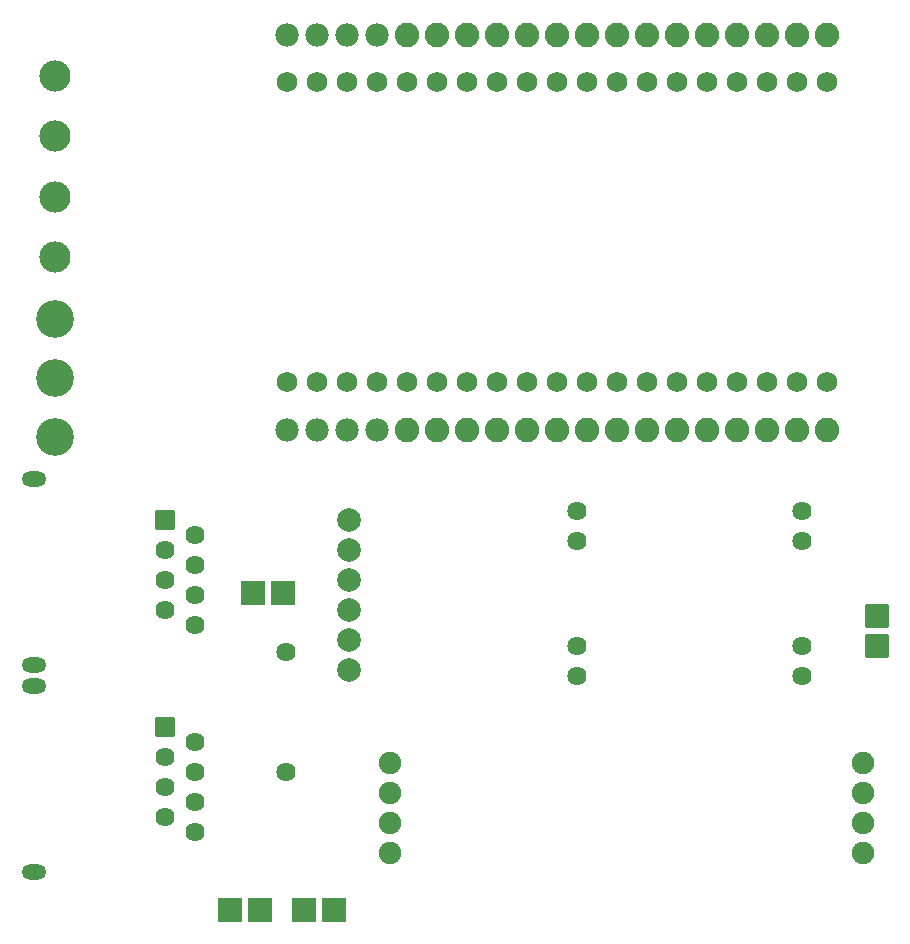
<source format=gbs>
G04 Layer: BottomSolderMaskLayer*
G04 EasyEDA v6.5.22, 2023-03-10 14:55:56*
G04 f9066f1d320f41b494732b54a9093742,f9ecfe7abe46434aadffdc01d2bfd918,10*
G04 Gerber Generator version 0.2*
G04 Scale: 100 percent, Rotated: No, Reflected: No *
G04 Dimensions in millimeters *
G04 leading zeros omitted , absolute positions ,4 integer and 5 decimal *
%FSLAX45Y45*%
%MOMM*%

%AMMACRO1*1,1,$1,$2,$3*1,1,$1,$4,$5*1,1,$1,0-$2,0-$3*1,1,$1,0-$4,0-$5*20,1,$1,$2,$3,$4,$5,0*20,1,$1,$4,$5,0-$2,0-$3,0*20,1,$1,0-$2,0-$3,0-$4,0-$5,0*20,1,$1,0-$4,0-$5,$2,$3,0*4,1,4,$2,$3,$4,$5,0-$2,0-$3,0-$4,0-$5,$2,$3,0*%
%ADD10C,1.9016*%
%ADD11C,1.7272*%
%ADD12C,2.6416*%
%ADD13R,2.0320X2.0320*%
%ADD14C,1.9812*%
%ADD15C,2.0828*%
%ADD16C,1.6240*%
%ADD17MACRO1,0.1X0.762X0.762X0.762X-0.762*%
%ADD18O,2.1000212X1.3000228*%
%ADD19C,1.6256*%
%ADD20MACRO1,0.1016X0.9652X-0.9652X-0.9652X-0.9652*%
%ADD21C,2.0033*%
%ADD22C,3.2032*%

%LPD*%
D10*
G01*
X3667099Y3376701D03*
G01*
X3667099Y3122701D03*
G01*
X3667099Y2868701D03*
G01*
X3667099Y2614701D03*
G01*
X7667091Y3376701D03*
G01*
X7667091Y3122701D03*
G01*
X7667091Y2868701D03*
G01*
X7667091Y2614701D03*
D11*
G01*
X2794000Y6604000D03*
G01*
X3048000Y6604000D03*
G01*
X3302000Y6604000D03*
G01*
X3556000Y6604000D03*
G01*
X3810000Y6604000D03*
G01*
X4064000Y6604000D03*
G01*
X4318000Y6604000D03*
G01*
X4572000Y6604000D03*
G01*
X4826000Y6604000D03*
G01*
X5080000Y6604000D03*
G01*
X5334000Y6604000D03*
G01*
X5588000Y6604000D03*
G01*
X5842000Y6604000D03*
G01*
X6096000Y6604000D03*
G01*
X6350000Y6604000D03*
G01*
X6604000Y6604000D03*
G01*
X6858000Y6604000D03*
G01*
X7112000Y6604000D03*
G01*
X7366000Y6604000D03*
G01*
X7366000Y9144000D03*
G01*
X7112000Y9144000D03*
G01*
X6858000Y9144000D03*
G01*
X6604000Y9144000D03*
G01*
X6350000Y9144000D03*
G01*
X6096000Y9144000D03*
G01*
X5842000Y9144000D03*
G01*
X5588000Y9144000D03*
G01*
X5334000Y9144000D03*
G01*
X5080000Y9144000D03*
G01*
X4826000Y9144000D03*
G01*
X4572000Y9144000D03*
G01*
X4318000Y9144000D03*
G01*
X4064000Y9144000D03*
G01*
X3810000Y9144000D03*
G01*
X3556000Y9144000D03*
G01*
X3302000Y9144000D03*
G01*
X3048000Y9144000D03*
G01*
X2794000Y9144000D03*
D12*
G01*
X825500Y8166100D03*
G01*
X825500Y7658100D03*
G01*
X825500Y9194800D03*
G01*
X825500Y8686800D03*
D13*
G01*
X2565400Y2133600D03*
G01*
X2311400Y2133600D03*
D14*
G01*
X3048000Y9537700D03*
G01*
X3302000Y9537700D03*
G01*
X3556000Y9537700D03*
G01*
X2794000Y9537700D03*
D15*
G01*
X3810000Y9537700D03*
G01*
X4064000Y9537700D03*
G01*
X4318000Y9537700D03*
G01*
X4572000Y9537700D03*
G01*
X4826000Y9537700D03*
G01*
X5080000Y9537700D03*
G01*
X5334000Y9537700D03*
G01*
X5588000Y9537700D03*
G01*
X5842000Y9537700D03*
G01*
X6096000Y9537700D03*
G01*
X6350000Y9537700D03*
G01*
X6604000Y9537700D03*
G01*
X6858000Y9537700D03*
G01*
X7112000Y9537700D03*
G01*
X7366000Y9537700D03*
D14*
G01*
X3048000Y6197600D03*
G01*
X3302000Y6197600D03*
G01*
X3556000Y6197600D03*
G01*
X2794000Y6197600D03*
D15*
G01*
X3810000Y6197600D03*
G01*
X4064000Y6197600D03*
G01*
X4318000Y6197600D03*
G01*
X4572000Y6197600D03*
G01*
X4826000Y6197600D03*
G01*
X5080000Y6197600D03*
G01*
X5334000Y6197600D03*
G01*
X5588000Y6197600D03*
G01*
X5842000Y6197600D03*
G01*
X6096000Y6197600D03*
G01*
X6350000Y6197600D03*
G01*
X6604000Y6197600D03*
G01*
X6858000Y6197600D03*
G01*
X7112000Y6197600D03*
G01*
X7366000Y6197600D03*
D16*
G01*
X2015490Y4546600D03*
G01*
X1761489Y4673600D03*
G01*
X2015490Y4800600D03*
G01*
X1761489Y4927600D03*
G01*
X2015490Y5054600D03*
G01*
X1761489Y5181600D03*
G01*
X2015490Y5308600D03*
D17*
G01*
X1761492Y5435607D03*
D18*
G01*
X651510Y4201109D03*
G01*
X651510Y5781090D03*
D16*
G01*
X2015490Y2794000D03*
G01*
X1761489Y2921000D03*
G01*
X2015490Y3048000D03*
G01*
X1761489Y3175000D03*
G01*
X2015490Y3302000D03*
G01*
X1761489Y3429000D03*
G01*
X2015490Y3556000D03*
D17*
G01*
X1761492Y3683007D03*
D18*
G01*
X651510Y2448509D03*
G01*
X651510Y4028490D03*
D19*
G01*
X5245100Y5257800D03*
G01*
X5245100Y5511800D03*
G01*
X5245100Y4368800D03*
G01*
X5245100Y4114800D03*
G01*
X7150100Y5511800D03*
G01*
X7150100Y5257800D03*
G01*
X7150100Y4368800D03*
G01*
X7150100Y4114800D03*
D20*
G01*
X7785100Y4622800D03*
G01*
X7785100Y4368800D03*
D13*
G01*
X2755900Y4813300D03*
G01*
X2501900Y4813300D03*
G01*
X3187700Y2133600D03*
G01*
X2933700Y2133600D03*
D19*
G01*
X2781300Y3302000D03*
G01*
X2781300Y4318000D03*
D21*
G01*
X3314700Y5435600D03*
G01*
X3314700Y5181600D03*
G01*
X3314700Y4927600D03*
G01*
X3314700Y4673600D03*
G01*
X3314700Y4419600D03*
G01*
X3314700Y4165600D03*
D22*
G01*
X825500Y6130112D03*
G01*
X825500Y6630111D03*
G01*
X825500Y7130110D03*
M02*

</source>
